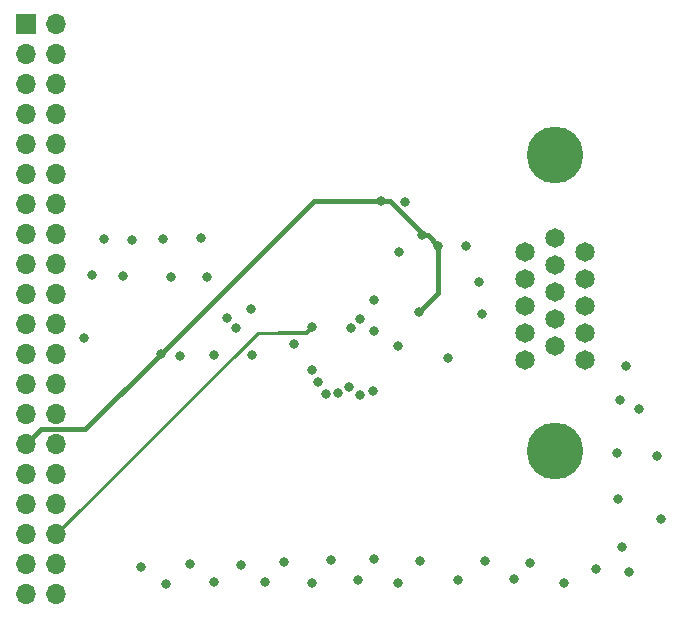
<source format=gbr>
%TF.GenerationSoftware,KiCad,Pcbnew,7.0.7*%
%TF.CreationDate,2023-11-25T23:50:18-06:00*%
%TF.ProjectId,DAC2DE0,44414332-4445-4302-9e6b-696361645f70,rev?*%
%TF.SameCoordinates,Original*%
%TF.FileFunction,Copper,L3,Inr*%
%TF.FilePolarity,Positive*%
%FSLAX46Y46*%
G04 Gerber Fmt 4.6, Leading zero omitted, Abs format (unit mm)*
G04 Created by KiCad (PCBNEW 7.0.7) date 2023-11-25 23:50:18*
%MOMM*%
%LPD*%
G01*
G04 APERTURE LIST*
%TA.AperFunction,ComponentPad*%
%ADD10R,1.700000X1.700000*%
%TD*%
%TA.AperFunction,ComponentPad*%
%ADD11O,1.700000X1.700000*%
%TD*%
%TA.AperFunction,ComponentPad*%
%ADD12C,4.800000*%
%TD*%
%TA.AperFunction,ComponentPad*%
%ADD13C,1.650000*%
%TD*%
%TA.AperFunction,ViaPad*%
%ADD14C,0.800000*%
%TD*%
%TA.AperFunction,Conductor*%
%ADD15C,0.300000*%
%TD*%
%TA.AperFunction,Conductor*%
%ADD16C,0.250000*%
%TD*%
%TA.AperFunction,Conductor*%
%ADD17C,0.400000*%
%TD*%
G04 APERTURE END LIST*
D10*
%TO.N,/R0*%
%TO.C,J3*%
X163474400Y-74117200D03*
D11*
%TO.N,/R1*%
X166014400Y-74117200D03*
%TO.N,/R2*%
X163474400Y-76657200D03*
%TO.N,/R3*%
X166014400Y-76657200D03*
%TO.N,/R4*%
X163474400Y-79197200D03*
%TO.N,/R5*%
X166014400Y-79197200D03*
%TO.N,/R6*%
X163474400Y-81737200D03*
%TO.N,/R7*%
X166014400Y-81737200D03*
%TO.N,/R8*%
X163474400Y-84277200D03*
%TO.N,/R9*%
X166014400Y-84277200D03*
%TO.N,unconnected-(J3-Pin_11-Pad11)*%
X163474400Y-86817200D03*
%TO.N,GND*%
X166014400Y-86817200D03*
%TO.N,/G0*%
X163474400Y-89357200D03*
%TO.N,/G1*%
X166014400Y-89357200D03*
%TO.N,/G2*%
X163474400Y-91897200D03*
%TO.N,/G3*%
X166014400Y-91897200D03*
%TO.N,/G4*%
X163474400Y-94437200D03*
%TO.N,/G5*%
X166014400Y-94437200D03*
%TO.N,/PCLK*%
X163474400Y-96977200D03*
%TO.N,/G6*%
X166014400Y-96977200D03*
%TO.N,/G7*%
X163474400Y-99517200D03*
%TO.N,/G8*%
X166014400Y-99517200D03*
%TO.N,/G9*%
X163474400Y-102057200D03*
%TO.N,/B0*%
X166014400Y-102057200D03*
%TO.N,/B1*%
X163474400Y-104597200D03*
%TO.N,/B2*%
X166014400Y-104597200D03*
%TO.N,/B3*%
X163474400Y-107137200D03*
%TO.N,/B4*%
X166014400Y-107137200D03*
%TO.N,+3.3V*%
X163474400Y-109677200D03*
%TO.N,GND*%
X166014400Y-109677200D03*
%TO.N,/B5*%
X163474400Y-112217200D03*
%TO.N,/B6*%
X166014400Y-112217200D03*
%TO.N,/B7*%
X163474400Y-114757200D03*
%TO.N,/B8*%
X166014400Y-114757200D03*
%TO.N,/B9*%
X163474400Y-117297200D03*
%TO.N,/BLK*%
X166014400Y-117297200D03*
%TO.N,unconnected-(J3-Pin_37-Pad37)*%
X163474400Y-119837200D03*
%TO.N,unconnected-(J3-Pin_38-Pad38)*%
X166014400Y-119837200D03*
%TO.N,/VSYNC*%
X163474400Y-122377200D03*
%TO.N,/HSYNC*%
X166014400Y-122377200D03*
%TD*%
D12*
%TO.N,GND*%
%TO.C,J1*%
X208280000Y-110214800D03*
X208280000Y-85224800D03*
D13*
%TO.N,unconnected-(J1-Pad15)*%
X210820000Y-102549800D03*
%TO.N,Net-(J1-Pad14)*%
X210820000Y-100259800D03*
%TO.N,Net-(J1-Pad13)*%
X210820000Y-97969800D03*
%TO.N,unconnected-(J1-Pad12)*%
X210820000Y-95679800D03*
%TO.N,unconnected-(J1-Pad11)*%
X210820000Y-93389800D03*
%TO.N,GND*%
X208280000Y-101404800D03*
%TO.N,unconnected-(J1-Pad9)*%
X208280000Y-99114800D03*
%TO.N,GND*%
X208280000Y-96824800D03*
X208280000Y-94534800D03*
X208280000Y-92244800D03*
X205740000Y-102549800D03*
%TO.N,unconnected-(J1-Pad4)*%
X205740000Y-100259800D03*
%TO.N,/BLUE*%
X205740000Y-97969800D03*
%TO.N,/GREEN*%
X205740000Y-95679800D03*
%TO.N,/RED*%
X205740000Y-93389800D03*
%TD*%
D14*
%TO.N,GND*%
X195072000Y-93421200D03*
X201828400Y-95910400D03*
X214223600Y-103022400D03*
X213766400Y-105968800D03*
X215392000Y-106730800D03*
X213512400Y-110439200D03*
X216865200Y-110642400D03*
X213614000Y-114300000D03*
X217220800Y-115976400D03*
X213918800Y-118364000D03*
X214528400Y-120497600D03*
X211683600Y-120243600D03*
X209042000Y-121412000D03*
X206146400Y-119735600D03*
X204774800Y-121107200D03*
X202336400Y-119532400D03*
X199999600Y-121208800D03*
X196850000Y-119583200D03*
X194970400Y-121462800D03*
X192938400Y-119380000D03*
X191566800Y-121208800D03*
X189280800Y-119481600D03*
X187655200Y-121412000D03*
X185318400Y-119684800D03*
X183692800Y-121310400D03*
X181660800Y-119888000D03*
X179374800Y-121310400D03*
X177342800Y-119837200D03*
X175310800Y-121513600D03*
X173177200Y-120091200D03*
X172466000Y-92405200D03*
X170078400Y-92303600D03*
X175056800Y-92303600D03*
X178257200Y-92252800D03*
X178765200Y-95554800D03*
X175717200Y-95504000D03*
X171704000Y-95402400D03*
X169062400Y-95351600D03*
X182575200Y-102108000D03*
X179374800Y-102158800D03*
X176479200Y-102209600D03*
%TO.N,/BLK*%
X187706000Y-99771200D03*
%TO.N,GND*%
X186182000Y-101205100D03*
%TO.N,+3.3V*%
X174904400Y-102006400D03*
%TO.N,/B9*%
X192872900Y-100076000D03*
%TO.N,/B8*%
X191719200Y-99060000D03*
%TO.N,/B7*%
X190957200Y-99872800D03*
%TO.N,/B6*%
X192836800Y-105206800D03*
%TO.N,/B5*%
X191770000Y-105508100D03*
%TO.N,/B4*%
X190784382Y-104861409D03*
%TO.N,/B3*%
X189890400Y-105308400D03*
%TO.N,/B2*%
X188823600Y-105460800D03*
%TO.N,/B1*%
X188214000Y-104394000D03*
%TO.N,/B0*%
X187706000Y-103378000D03*
%TO.N,/G9*%
X181254400Y-99872800D03*
X168402000Y-100685600D03*
%TO.N,/G8*%
X180441600Y-98958400D03*
%TO.N,/G7*%
X182524400Y-98196400D03*
%TO.N,GND*%
X192887600Y-97485200D03*
%TO.N,+3.3V*%
X196748400Y-98501200D03*
X198374000Y-92862400D03*
X196951600Y-91998800D03*
X193548000Y-89052400D03*
%TO.N,GND*%
X195529200Y-89204800D03*
X200710800Y-92862400D03*
X194919600Y-101396800D03*
X199186800Y-102362000D03*
X202031600Y-98653600D03*
%TD*%
D15*
%TO.N,/BLK*%
X187236100Y-100241100D02*
X187706000Y-99771200D01*
X184837017Y-100241100D02*
X187236100Y-100241100D01*
D16*
X183070500Y-100241100D02*
X166014400Y-117297200D01*
X184837017Y-100241100D02*
X183070500Y-100241100D01*
D17*
%TO.N,+3.3V*%
X198374000Y-92862400D02*
X198374000Y-96875600D01*
X198374000Y-96875600D02*
X196748400Y-98501200D01*
X197510400Y-91998800D02*
X198374000Y-92862400D01*
X196951600Y-91998800D02*
X197510400Y-91998800D01*
X194245429Y-89052400D02*
X196951600Y-91758571D01*
X196951600Y-91758571D02*
X196951600Y-91998800D01*
X193548000Y-89052400D02*
X194245429Y-89052400D01*
X187858400Y-89052400D02*
X193548000Y-89052400D01*
X174904400Y-102006400D02*
X187858400Y-89052400D01*
X164724400Y-108427200D02*
X168483600Y-108427200D01*
X168483600Y-108427200D02*
X174904400Y-102006400D01*
X163474400Y-109677200D02*
X164724400Y-108427200D01*
%TD*%
M02*

</source>
